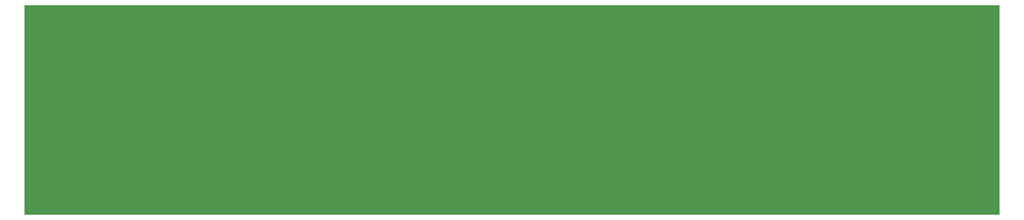
<source format=gbs>
G75*
%MOIN*%
%OFA0B0*%
%FSLAX24Y24*%
%IPPOS*%
%LPD*%
%AMOC8*
5,1,8,0,0,1.08239X$1,22.5*
%
%ADD10R,13.5433X2.9134*%
%ADD11C,0.0600*%
%ADD12OC8,0.0680*%
%ADD13OC8,0.0600*%
%ADD14C,0.0476*%
D10*
X080000Y020578D03*
D11*
X022492Y007521D02*
X022492Y007001D01*
X023492Y007001D02*
X023492Y007521D01*
X024492Y007521D02*
X024492Y007001D01*
X025492Y007001D02*
X025492Y007521D01*
X026492Y007521D02*
X026492Y007001D01*
X027492Y007001D02*
X027492Y007521D01*
X028492Y007521D02*
X028492Y007001D01*
X029492Y007001D02*
X029492Y007521D01*
X038492Y007521D02*
X038492Y007001D01*
X039492Y007001D02*
X039492Y007521D01*
X040492Y007521D02*
X040492Y007001D01*
X041492Y007001D02*
X041492Y007521D01*
X042492Y007521D02*
X042492Y007001D01*
X043492Y007001D02*
X043492Y007521D01*
X044492Y007521D02*
X044492Y007001D01*
X045492Y007001D02*
X045492Y007521D01*
X054492Y007521D02*
X054492Y007001D01*
X055492Y007001D02*
X055492Y007521D01*
X056492Y007521D02*
X056492Y007001D01*
X057492Y007001D02*
X057492Y007521D01*
X058492Y007521D02*
X058492Y007001D01*
X059492Y007001D02*
X059492Y007521D01*
X060492Y007521D02*
X060492Y007001D01*
X061492Y007001D02*
X061492Y007521D01*
X070492Y007521D02*
X070492Y007001D01*
X071492Y007001D02*
X071492Y007521D01*
X072492Y007521D02*
X072492Y007001D01*
X073492Y007001D02*
X073492Y007521D01*
X074492Y007521D02*
X074492Y007001D01*
X075492Y007001D02*
X075492Y007521D01*
X076492Y007521D02*
X076492Y007001D01*
X077492Y007001D02*
X077492Y007521D01*
X086492Y007521D02*
X086492Y007001D01*
X087492Y007001D02*
X087492Y007521D01*
X088492Y007521D02*
X088492Y007001D01*
X089492Y007001D02*
X089492Y007521D01*
X090492Y007521D02*
X090492Y007001D01*
X091492Y007001D02*
X091492Y007521D01*
X092492Y007521D02*
X092492Y007001D01*
X093492Y007001D02*
X093492Y007521D01*
X102492Y007521D02*
X102492Y007001D01*
X103492Y007001D02*
X103492Y007521D01*
X104492Y007521D02*
X104492Y007001D01*
X105492Y007001D02*
X105492Y007521D01*
X106492Y007521D02*
X106492Y007001D01*
X107492Y007001D02*
X107492Y007521D01*
X108492Y007521D02*
X108492Y007001D01*
X109492Y007001D02*
X109492Y007521D01*
X118492Y007521D02*
X118492Y007001D01*
X119492Y007001D02*
X119492Y007521D01*
X120492Y007521D02*
X120492Y007001D01*
X121492Y007001D02*
X121492Y007521D01*
X122492Y007521D02*
X122492Y007001D01*
X123492Y007001D02*
X123492Y007521D01*
X124492Y007521D02*
X124492Y007001D01*
X125492Y007001D02*
X125492Y007521D01*
X134492Y007521D02*
X134492Y007001D01*
X135492Y007001D02*
X135492Y007521D01*
X136492Y007521D02*
X136492Y007001D01*
X137492Y007001D02*
X137492Y007521D01*
X138492Y007521D02*
X138492Y007001D01*
X139492Y007001D02*
X139492Y007521D01*
X140492Y007521D02*
X140492Y007001D01*
X141492Y007001D02*
X141492Y007521D01*
X141492Y010001D02*
X141492Y010521D01*
X140492Y010521D02*
X140492Y010001D01*
X139492Y010001D02*
X139492Y010521D01*
X138492Y010521D02*
X138492Y010001D01*
X137492Y010001D02*
X137492Y010521D01*
X136492Y010521D02*
X136492Y010001D01*
X135492Y010001D02*
X135492Y010521D01*
X134492Y010521D02*
X134492Y010001D01*
X125492Y010001D02*
X125492Y010521D01*
X124492Y010521D02*
X124492Y010001D01*
X123492Y010001D02*
X123492Y010521D01*
X122492Y010521D02*
X122492Y010001D01*
X121492Y010001D02*
X121492Y010521D01*
X120492Y010521D02*
X120492Y010001D01*
X119492Y010001D02*
X119492Y010521D01*
X118492Y010521D02*
X118492Y010001D01*
X109492Y010001D02*
X109492Y010521D01*
X108492Y010521D02*
X108492Y010001D01*
X107492Y010001D02*
X107492Y010521D01*
X106492Y010521D02*
X106492Y010001D01*
X105492Y010001D02*
X105492Y010521D01*
X104492Y010521D02*
X104492Y010001D01*
X103492Y010001D02*
X103492Y010521D01*
X102492Y010521D02*
X102492Y010001D01*
X093492Y010001D02*
X093492Y010521D01*
X092492Y010521D02*
X092492Y010001D01*
X091492Y010001D02*
X091492Y010521D01*
X090492Y010521D02*
X090492Y010001D01*
X089492Y010001D02*
X089492Y010521D01*
X088492Y010521D02*
X088492Y010001D01*
X087492Y010001D02*
X087492Y010521D01*
X086492Y010521D02*
X086492Y010001D01*
X077492Y010001D02*
X077492Y010521D01*
X076492Y010521D02*
X076492Y010001D01*
X075492Y010001D02*
X075492Y010521D01*
X074492Y010521D02*
X074492Y010001D01*
X073492Y010001D02*
X073492Y010521D01*
X072492Y010521D02*
X072492Y010001D01*
X071492Y010001D02*
X071492Y010521D01*
X070492Y010521D02*
X070492Y010001D01*
X061492Y010001D02*
X061492Y010521D01*
X060492Y010521D02*
X060492Y010001D01*
X059492Y010001D02*
X059492Y010521D01*
X058492Y010521D02*
X058492Y010001D01*
X057492Y010001D02*
X057492Y010521D01*
X056492Y010521D02*
X056492Y010001D01*
X055492Y010001D02*
X055492Y010521D01*
X054492Y010521D02*
X054492Y010001D01*
X045492Y010001D02*
X045492Y010521D01*
X044492Y010521D02*
X044492Y010001D01*
X043492Y010001D02*
X043492Y010521D01*
X042492Y010521D02*
X042492Y010001D01*
X041492Y010001D02*
X041492Y010521D01*
X040492Y010521D02*
X040492Y010001D01*
X039492Y010001D02*
X039492Y010521D01*
X038492Y010521D02*
X038492Y010001D01*
X029492Y010001D02*
X029492Y010521D01*
X028492Y010521D02*
X028492Y010001D01*
X027492Y010001D02*
X027492Y010521D01*
X026492Y010521D02*
X026492Y010001D01*
X025492Y010001D02*
X025492Y010521D01*
X024492Y010521D02*
X024492Y010001D01*
X023492Y010001D02*
X023492Y010521D01*
X022492Y010521D02*
X022492Y010001D01*
D12*
X019992Y009761D03*
X018992Y009761D03*
X017992Y009761D03*
X016992Y009761D03*
X015992Y009761D03*
X014992Y009761D03*
X014992Y008761D03*
X015992Y008761D03*
X016992Y008761D03*
X017992Y008761D03*
X018992Y008761D03*
X019992Y008761D03*
X020492Y011761D03*
X021492Y011761D03*
X022492Y011761D03*
X023492Y011761D03*
X024492Y011761D03*
X025492Y011761D03*
X026492Y011761D03*
X027492Y011761D03*
X028492Y011761D03*
X029492Y011761D03*
X030492Y011761D03*
X031492Y011761D03*
X032492Y011761D03*
X033492Y011761D03*
X034492Y011761D03*
X035492Y011761D03*
X036492Y011761D03*
X037492Y011761D03*
X038492Y011761D03*
X039492Y011761D03*
X040492Y011761D03*
X041492Y011761D03*
X042492Y011761D03*
X043492Y011761D03*
X044492Y011761D03*
X045492Y011761D03*
X046492Y011761D03*
X047492Y011761D03*
X048492Y011761D03*
X049492Y011761D03*
X050492Y011761D03*
X051492Y011761D03*
X052492Y011761D03*
X053492Y011761D03*
X054492Y011761D03*
X055492Y011761D03*
X056492Y011761D03*
X057492Y011761D03*
X058492Y011761D03*
X059492Y011761D03*
X060492Y011761D03*
X061492Y011761D03*
X062492Y011761D03*
X063492Y011761D03*
X064492Y011761D03*
X065492Y011761D03*
X066492Y011761D03*
X067492Y011761D03*
X068492Y011761D03*
X069492Y011761D03*
X070492Y011761D03*
X071492Y011761D03*
X072492Y011761D03*
X073492Y011761D03*
X074492Y011761D03*
X075492Y011761D03*
X076492Y011761D03*
X077492Y011761D03*
X078492Y011761D03*
X079492Y011761D03*
X080492Y011761D03*
X081492Y011761D03*
X082492Y011761D03*
X083492Y011761D03*
X084492Y011761D03*
X085492Y011761D03*
X086492Y011761D03*
X087492Y011761D03*
X088492Y011761D03*
X089492Y011761D03*
X090492Y011761D03*
X091492Y011761D03*
X092492Y011761D03*
X093492Y011761D03*
X094492Y011761D03*
X095492Y011761D03*
X096492Y011761D03*
X097492Y011761D03*
X098492Y011761D03*
X099492Y011761D03*
X100492Y011761D03*
X101492Y011761D03*
X102492Y011761D03*
X103492Y011761D03*
X104492Y011761D03*
X105492Y011761D03*
X106492Y011761D03*
X107492Y011761D03*
X108492Y011761D03*
X109492Y011761D03*
X110492Y011761D03*
X111492Y011761D03*
X112492Y011761D03*
X113492Y011761D03*
X114492Y011761D03*
X115492Y011761D03*
X116492Y011761D03*
X117492Y011761D03*
X118492Y011761D03*
X119492Y011761D03*
X120492Y011761D03*
X121492Y011761D03*
X122492Y011761D03*
X123492Y011761D03*
X124492Y011761D03*
X125492Y011761D03*
X126492Y011761D03*
X127492Y011761D03*
X128492Y011761D03*
X129492Y011761D03*
X130492Y011761D03*
X131492Y011761D03*
X132492Y011761D03*
X133492Y011761D03*
X134492Y011761D03*
X135492Y011761D03*
X136492Y011761D03*
X137492Y011761D03*
X138492Y011761D03*
X139492Y011761D03*
X140492Y011761D03*
X141492Y011761D03*
X142492Y011761D03*
X143492Y011761D03*
X143492Y012761D03*
X142492Y012761D03*
X141492Y012761D03*
X140492Y012761D03*
X139492Y012761D03*
X138492Y012761D03*
X137492Y012761D03*
X136492Y012761D03*
X135492Y012761D03*
X134492Y012761D03*
X133492Y012761D03*
X132492Y012761D03*
X131492Y012761D03*
X130492Y012761D03*
X129492Y012761D03*
X128492Y012761D03*
X127492Y012761D03*
X126492Y012761D03*
X125492Y012761D03*
X124492Y012761D03*
X123492Y012761D03*
X122492Y012761D03*
X121492Y012761D03*
X120492Y012761D03*
X119492Y012761D03*
X118492Y012761D03*
X117492Y012761D03*
X116492Y012761D03*
X115492Y012761D03*
X114492Y012761D03*
X113492Y012761D03*
X112492Y012761D03*
X111492Y012761D03*
X110492Y012761D03*
X109492Y012761D03*
X108492Y012761D03*
X107492Y012761D03*
X106492Y012761D03*
X105492Y012761D03*
X104492Y012761D03*
X103492Y012761D03*
X102492Y012761D03*
X101492Y012761D03*
X100492Y012761D03*
X099492Y012761D03*
X098492Y012761D03*
X097492Y012761D03*
X096492Y012761D03*
X095492Y012761D03*
X094492Y012761D03*
X093492Y012761D03*
X092492Y012761D03*
X091492Y012761D03*
X090492Y012761D03*
X089492Y012761D03*
X088492Y012761D03*
X087492Y012761D03*
X086492Y012761D03*
X085492Y012761D03*
X084492Y012761D03*
X083492Y012761D03*
X082492Y012761D03*
X081492Y012761D03*
X080492Y012761D03*
X079492Y012761D03*
X078492Y012761D03*
X077492Y012761D03*
X076492Y012761D03*
X075492Y012761D03*
X074492Y012761D03*
X073492Y012761D03*
X072492Y012761D03*
X071492Y012761D03*
X070492Y012761D03*
X069492Y012761D03*
X068492Y012761D03*
X067492Y012761D03*
X066492Y012761D03*
X065492Y012761D03*
X064492Y012761D03*
X063492Y012761D03*
X062492Y012761D03*
X061492Y012761D03*
X060492Y012761D03*
X059492Y012761D03*
X058492Y012761D03*
X057492Y012761D03*
X056492Y012761D03*
X055492Y012761D03*
X054492Y012761D03*
X053492Y012761D03*
X052492Y012761D03*
X051492Y012761D03*
X050492Y012761D03*
X049492Y012761D03*
X048492Y012761D03*
X047492Y012761D03*
X046492Y012761D03*
X045492Y012761D03*
X044492Y012761D03*
X043492Y012761D03*
X042492Y012761D03*
X041492Y012761D03*
X040492Y012761D03*
X039492Y012761D03*
X038492Y012761D03*
X037492Y012761D03*
X036492Y012761D03*
X035492Y012761D03*
X034492Y012761D03*
X033492Y012761D03*
X032492Y012761D03*
X031492Y012761D03*
X030492Y012761D03*
X029492Y012761D03*
X028492Y012761D03*
X027492Y012761D03*
X026492Y012761D03*
X025492Y012761D03*
X024492Y012761D03*
X023492Y012761D03*
X022492Y012761D03*
X021492Y012761D03*
X020492Y012761D03*
X019492Y012761D03*
X018492Y012761D03*
X017492Y012761D03*
X016492Y012761D03*
X016492Y011761D03*
X017492Y011761D03*
X018492Y011761D03*
X019492Y011761D03*
X019492Y013761D03*
X020492Y013761D03*
X021492Y013761D03*
X022492Y013761D03*
X023492Y013761D03*
X024492Y013761D03*
X025492Y013761D03*
X026492Y013761D03*
X027492Y013761D03*
X028492Y013761D03*
X029492Y013761D03*
X030492Y013761D03*
X031492Y013761D03*
X032492Y013761D03*
X033492Y013761D03*
X034492Y013761D03*
X035492Y013761D03*
X036492Y013761D03*
X037492Y013761D03*
X038492Y013761D03*
X039492Y013761D03*
X040492Y013761D03*
X041492Y013761D03*
X042492Y013761D03*
X043492Y013761D03*
X044492Y013761D03*
X045492Y013761D03*
X046492Y013761D03*
X047492Y013761D03*
X048492Y013761D03*
X049492Y013761D03*
X050492Y013761D03*
X051492Y013761D03*
X052492Y013761D03*
X053492Y013761D03*
X054492Y013761D03*
X055492Y013761D03*
X056492Y013761D03*
X057492Y013761D03*
X058492Y013761D03*
X059492Y013761D03*
X060492Y013761D03*
X061492Y013761D03*
X062492Y013761D03*
X063492Y013761D03*
X064492Y013761D03*
X065492Y013761D03*
X066492Y013761D03*
X067492Y013761D03*
X068492Y013761D03*
X069492Y013761D03*
X070492Y013761D03*
X071492Y013761D03*
X072492Y013761D03*
X073492Y013761D03*
X074492Y013761D03*
X075492Y013761D03*
X076492Y013761D03*
X077492Y013761D03*
X078492Y013761D03*
X079492Y013761D03*
X080492Y013761D03*
X081492Y013761D03*
X082492Y013761D03*
X083492Y013761D03*
X084492Y013761D03*
X085492Y013761D03*
X086492Y013761D03*
X087492Y013761D03*
X088492Y013761D03*
X089492Y013761D03*
X090492Y013761D03*
X091492Y013761D03*
X092492Y013761D03*
X093492Y013761D03*
X094492Y013761D03*
X095492Y013761D03*
X096492Y013761D03*
X097492Y013761D03*
X098492Y013761D03*
X099492Y013761D03*
X100492Y013761D03*
X101492Y013761D03*
X102492Y013761D03*
X103492Y013761D03*
X104492Y013761D03*
X105492Y013761D03*
X106492Y013761D03*
X107492Y013761D03*
X108492Y013761D03*
X109492Y013761D03*
X110492Y013761D03*
X111492Y013761D03*
X112492Y013761D03*
X113492Y013761D03*
X114492Y013761D03*
X115492Y013761D03*
X116492Y013761D03*
X117492Y013761D03*
X118492Y013761D03*
X119492Y013761D03*
X120492Y013761D03*
X121492Y013761D03*
X122492Y013761D03*
X123492Y013761D03*
X124492Y013761D03*
X125492Y013761D03*
X126492Y013761D03*
X127492Y013761D03*
X128492Y013761D03*
X129492Y013761D03*
X130492Y013761D03*
X131492Y013761D03*
X132492Y013761D03*
X133492Y013761D03*
X134492Y013761D03*
X135492Y013761D03*
X136492Y013761D03*
X137492Y013761D03*
X138492Y013761D03*
X139492Y013761D03*
X140492Y013761D03*
X141492Y013761D03*
X142492Y013761D03*
X143492Y013761D03*
X143492Y014761D03*
X142492Y014761D03*
X141492Y014761D03*
X140492Y014761D03*
X139492Y014761D03*
X138492Y014761D03*
X137492Y014761D03*
X136492Y014761D03*
X135492Y014761D03*
X134492Y014761D03*
X133492Y014761D03*
X132492Y014761D03*
X131492Y014761D03*
X130492Y014761D03*
X129492Y014761D03*
X128492Y014761D03*
X127492Y014761D03*
X126492Y014761D03*
X125492Y014761D03*
X124492Y014761D03*
X123492Y014761D03*
X122492Y014761D03*
X121492Y014761D03*
X120492Y014761D03*
X119492Y014761D03*
X118492Y014761D03*
X117492Y014761D03*
X116492Y014761D03*
X115492Y014761D03*
X114492Y014761D03*
X113492Y014761D03*
X112492Y014761D03*
X111492Y014761D03*
X110492Y014761D03*
X109492Y014761D03*
X108492Y014761D03*
X107492Y014761D03*
X106492Y014761D03*
X105492Y014761D03*
X104492Y014761D03*
X103492Y014761D03*
X102492Y014761D03*
X101492Y014761D03*
X100492Y014761D03*
X099492Y014761D03*
X098492Y014761D03*
X097492Y014761D03*
X096492Y014761D03*
X095492Y014761D03*
X094492Y014761D03*
X093492Y014761D03*
X092492Y014761D03*
X091492Y014761D03*
X090492Y014761D03*
X089492Y014761D03*
X088492Y014761D03*
X087492Y014761D03*
X086492Y014761D03*
X085492Y014761D03*
X084492Y014761D03*
X083492Y014761D03*
X082492Y014761D03*
X081492Y014761D03*
X080492Y014761D03*
X079492Y014761D03*
X078492Y014761D03*
X077492Y014761D03*
X076492Y014761D03*
X075492Y014761D03*
X074492Y014761D03*
X073492Y014761D03*
X072492Y014761D03*
X071492Y014761D03*
X070492Y014761D03*
X069492Y014761D03*
X068492Y014761D03*
X067492Y014761D03*
X066492Y014761D03*
X065492Y014761D03*
X064492Y014761D03*
X063492Y014761D03*
X062492Y014761D03*
X061492Y014761D03*
X060492Y014761D03*
X059492Y014761D03*
X058492Y014761D03*
X057492Y014761D03*
X056492Y014761D03*
X055492Y014761D03*
X054492Y014761D03*
X053492Y014761D03*
X052492Y014761D03*
X051492Y014761D03*
X050492Y014761D03*
X049492Y014761D03*
X048492Y014761D03*
X047492Y014761D03*
X046492Y014761D03*
X045492Y014761D03*
X044492Y014761D03*
X043492Y014761D03*
X042492Y014761D03*
X041492Y014761D03*
X040492Y014761D03*
X039492Y014761D03*
X038492Y014761D03*
X037492Y014761D03*
X036492Y014761D03*
X035492Y014761D03*
X034492Y014761D03*
X033492Y014761D03*
X032492Y014761D03*
X031492Y014761D03*
X030492Y014761D03*
X029492Y014761D03*
X028492Y014761D03*
X027492Y014761D03*
X026492Y014761D03*
X025492Y014761D03*
X024492Y014761D03*
X023492Y014761D03*
X022492Y014761D03*
X021492Y014761D03*
X020492Y014761D03*
X019492Y014761D03*
X018492Y014761D03*
X017492Y014761D03*
X016492Y014761D03*
X016492Y013761D03*
X017492Y013761D03*
X018492Y013761D03*
X018492Y015761D03*
X019492Y015761D03*
X020492Y015761D03*
X021492Y015761D03*
X022492Y015761D03*
X023492Y015761D03*
X024492Y015761D03*
X025492Y015761D03*
X026492Y015761D03*
X027492Y015761D03*
X028492Y015761D03*
X029492Y015761D03*
X030492Y015761D03*
X031492Y015761D03*
X032492Y015761D03*
X033492Y015761D03*
X034492Y015761D03*
X035492Y015761D03*
X036492Y015761D03*
X037492Y015761D03*
X038492Y015761D03*
X039492Y015761D03*
X040492Y015761D03*
X041492Y015761D03*
X042492Y015761D03*
X043492Y015761D03*
X044492Y015761D03*
X045492Y015761D03*
X046492Y015761D03*
X047492Y015761D03*
X048492Y015761D03*
X049492Y015761D03*
X050492Y015761D03*
X051492Y015761D03*
X052492Y015761D03*
X053492Y015761D03*
X054492Y015761D03*
X055492Y015761D03*
X056492Y015761D03*
X057492Y015761D03*
X058492Y015761D03*
X059492Y015761D03*
X060492Y015761D03*
X061492Y015761D03*
X062492Y015761D03*
X063492Y015761D03*
X064492Y015761D03*
X065492Y015761D03*
X066492Y015761D03*
X067492Y015761D03*
X068492Y015761D03*
X069492Y015761D03*
X070492Y015761D03*
X071492Y015761D03*
X072492Y015761D03*
X073492Y015761D03*
X074492Y015761D03*
X075492Y015761D03*
X076492Y015761D03*
X077492Y015761D03*
X078492Y015761D03*
X079492Y015761D03*
X080492Y015761D03*
X081492Y015761D03*
X082492Y015761D03*
X083492Y015761D03*
X084492Y015761D03*
X085492Y015761D03*
X086492Y015761D03*
X087492Y015761D03*
X088492Y015761D03*
X089492Y015761D03*
X090492Y015761D03*
X091492Y015761D03*
X092492Y015761D03*
X093492Y015761D03*
X094492Y015761D03*
X095492Y015761D03*
X096492Y015761D03*
X097492Y015761D03*
X098492Y015761D03*
X099492Y015761D03*
X100492Y015761D03*
X101492Y015761D03*
X102492Y015761D03*
X103492Y015761D03*
X104492Y015761D03*
X105492Y015761D03*
X106492Y015761D03*
X107492Y015761D03*
X108492Y015761D03*
X109492Y015761D03*
X110492Y015761D03*
X111492Y015761D03*
X112492Y015761D03*
X113492Y015761D03*
X114492Y015761D03*
X115492Y015761D03*
X116492Y015761D03*
X117492Y015761D03*
X118492Y015761D03*
X119492Y015761D03*
X120492Y015761D03*
X121492Y015761D03*
X122492Y015761D03*
X123492Y015761D03*
X124492Y015761D03*
X125492Y015761D03*
X126492Y015761D03*
X127492Y015761D03*
X128492Y015761D03*
X129492Y015761D03*
X130492Y015761D03*
X131492Y015761D03*
X132492Y015761D03*
X133492Y015761D03*
X134492Y015761D03*
X135492Y015761D03*
X136492Y015761D03*
X137492Y015761D03*
X138492Y015761D03*
X139492Y015761D03*
X140492Y015761D03*
X141492Y015761D03*
X142492Y015761D03*
X143492Y015761D03*
X143492Y016761D03*
X142492Y016761D03*
X141492Y016761D03*
X140492Y016761D03*
X139492Y016761D03*
X138492Y016761D03*
X137492Y016761D03*
X136492Y016761D03*
X135492Y016761D03*
X134492Y016761D03*
X133492Y016761D03*
X132492Y016761D03*
X131492Y016761D03*
X130492Y016761D03*
X129492Y016761D03*
X128492Y016761D03*
X127492Y016761D03*
X126492Y016761D03*
X125492Y016761D03*
X124492Y016761D03*
X123492Y016761D03*
X122492Y016761D03*
X121492Y016761D03*
X120492Y016761D03*
X119492Y016761D03*
X118492Y016761D03*
X117492Y016761D03*
X116492Y016761D03*
X115492Y016761D03*
X114492Y016761D03*
X113492Y016761D03*
X112492Y016761D03*
X111492Y016761D03*
X110492Y016761D03*
X109492Y016761D03*
X108492Y016761D03*
X107492Y016761D03*
X106492Y016761D03*
X105492Y016761D03*
X104492Y016761D03*
X103492Y016761D03*
X102492Y016761D03*
X101492Y016761D03*
X100492Y016761D03*
X099492Y016761D03*
X098492Y016761D03*
X097492Y016761D03*
X096492Y016761D03*
X095492Y016761D03*
X094492Y016761D03*
X093492Y016761D03*
X092492Y016761D03*
X091492Y016761D03*
X090492Y016761D03*
X089492Y016761D03*
X088492Y016761D03*
X087492Y016761D03*
X086492Y016761D03*
X085492Y016761D03*
X084492Y016761D03*
X083492Y016761D03*
X082492Y016761D03*
X081492Y016761D03*
X080492Y016761D03*
X079492Y016761D03*
X078492Y016761D03*
X077492Y016761D03*
X076492Y016761D03*
X075492Y016761D03*
X074492Y016761D03*
X073492Y016761D03*
X072492Y016761D03*
X071492Y016761D03*
X070492Y016761D03*
X069492Y016761D03*
X068492Y016761D03*
X067492Y016761D03*
X066492Y016761D03*
X065492Y016761D03*
X064492Y016761D03*
X063492Y016761D03*
X062492Y016761D03*
X061492Y016761D03*
X060492Y016761D03*
X059492Y016761D03*
X058492Y016761D03*
X057492Y016761D03*
X056492Y016761D03*
X055492Y016761D03*
X054492Y016761D03*
X053492Y016761D03*
X052492Y016761D03*
X051492Y016761D03*
X050492Y016761D03*
X049492Y016761D03*
X048492Y016761D03*
X047492Y016761D03*
X046492Y016761D03*
X045492Y016761D03*
X044492Y016761D03*
X043492Y016761D03*
X042492Y016761D03*
X041492Y016761D03*
X040492Y016761D03*
X039492Y016761D03*
X038492Y016761D03*
X037492Y016761D03*
X036492Y016761D03*
X035492Y016761D03*
X034492Y016761D03*
X033492Y016761D03*
X032492Y016761D03*
X031492Y016761D03*
X030492Y016761D03*
X029492Y016761D03*
X028492Y016761D03*
X027492Y016761D03*
X026492Y016761D03*
X025492Y016761D03*
X024492Y016761D03*
X023492Y016761D03*
X022492Y016761D03*
X021492Y016761D03*
X020492Y016761D03*
X019492Y016761D03*
X018492Y016761D03*
X017492Y016761D03*
X016492Y016761D03*
X016492Y015761D03*
X017492Y015761D03*
X017492Y017761D03*
X018492Y017761D03*
X019492Y017761D03*
X020492Y017761D03*
X021492Y017761D03*
X022492Y017761D03*
X023492Y017761D03*
X024492Y017761D03*
X025492Y017761D03*
X026492Y017761D03*
X027492Y017761D03*
X028492Y017761D03*
X029492Y017761D03*
X030492Y017761D03*
X031492Y017761D03*
X032492Y017761D03*
X033492Y017761D03*
X034492Y017761D03*
X035492Y017761D03*
X036492Y017761D03*
X037492Y017761D03*
X038492Y017761D03*
X039492Y017761D03*
X040492Y017761D03*
X041492Y017761D03*
X042492Y017761D03*
X043492Y017761D03*
X044492Y017761D03*
X045492Y017761D03*
X046492Y017761D03*
X047492Y017761D03*
X048492Y017761D03*
X049492Y017761D03*
X050492Y017761D03*
X051492Y017761D03*
X052492Y017761D03*
X053492Y017761D03*
X054492Y017761D03*
X055492Y017761D03*
X056492Y017761D03*
X057492Y017761D03*
X058492Y017761D03*
X059492Y017761D03*
X060492Y017761D03*
X061492Y017761D03*
X062492Y017761D03*
X063492Y017761D03*
X064492Y017761D03*
X065492Y017761D03*
X066492Y017761D03*
X067492Y017761D03*
X068492Y017761D03*
X069492Y017761D03*
X070492Y017761D03*
X071492Y017761D03*
X072492Y017761D03*
X073492Y017761D03*
X074492Y017761D03*
X075492Y017761D03*
X076492Y017761D03*
X077492Y017761D03*
X078492Y017761D03*
X079492Y017761D03*
X080492Y017761D03*
X081492Y017761D03*
X082492Y017761D03*
X083492Y017761D03*
X084492Y017761D03*
X085492Y017761D03*
X086492Y017761D03*
X087492Y017761D03*
X088492Y017761D03*
X089492Y017761D03*
X090492Y017761D03*
X091492Y017761D03*
X092492Y017761D03*
X093492Y017761D03*
X094492Y017761D03*
X095492Y017761D03*
X096492Y017761D03*
X097492Y017761D03*
X098492Y017761D03*
X099492Y017761D03*
X100492Y017761D03*
X101492Y017761D03*
X102492Y017761D03*
X103492Y017761D03*
X104492Y017761D03*
X105492Y017761D03*
X106492Y017761D03*
X107492Y017761D03*
X108492Y017761D03*
X109492Y017761D03*
X110492Y017761D03*
X111492Y017761D03*
X112492Y017761D03*
X113492Y017761D03*
X114492Y017761D03*
X115492Y017761D03*
X116492Y017761D03*
X117492Y017761D03*
X118492Y017761D03*
X119492Y017761D03*
X120492Y017761D03*
X121492Y017761D03*
X122492Y017761D03*
X123492Y017761D03*
X124492Y017761D03*
X125492Y017761D03*
X126492Y017761D03*
X127492Y017761D03*
X128492Y017761D03*
X129492Y017761D03*
X130492Y017761D03*
X131492Y017761D03*
X132492Y017761D03*
X133492Y017761D03*
X134492Y017761D03*
X135492Y017761D03*
X136492Y017761D03*
X137492Y017761D03*
X138492Y017761D03*
X139492Y017761D03*
X140492Y017761D03*
X141492Y017761D03*
X142492Y017761D03*
X143492Y017761D03*
X143492Y018761D03*
X142492Y018761D03*
X141492Y018761D03*
X140492Y018761D03*
X139492Y018761D03*
X138492Y018761D03*
X137492Y018761D03*
X136492Y018761D03*
X135492Y018761D03*
X134492Y018761D03*
X133492Y018761D03*
X132492Y018761D03*
X131492Y018761D03*
X130492Y018761D03*
X129492Y018761D03*
X128492Y018761D03*
X127492Y018761D03*
X126492Y018761D03*
X125492Y018761D03*
X124492Y018761D03*
X123492Y018761D03*
X122492Y018761D03*
X121492Y018761D03*
X120492Y018761D03*
X119492Y018761D03*
X118492Y018761D03*
X117492Y018761D03*
X116492Y018761D03*
X115492Y018761D03*
X114492Y018761D03*
X113492Y018761D03*
X112492Y018761D03*
X111492Y018761D03*
X110492Y018761D03*
X109492Y018761D03*
X108492Y018761D03*
X107492Y018761D03*
X106492Y018761D03*
X105492Y018761D03*
X104492Y018761D03*
X103492Y018761D03*
X102492Y018761D03*
X101492Y018761D03*
X100492Y018761D03*
X099492Y018761D03*
X098492Y018761D03*
X097492Y018761D03*
X096492Y018761D03*
X095492Y018761D03*
X094492Y018761D03*
X093492Y018761D03*
X092492Y018761D03*
X091492Y018761D03*
X090492Y018761D03*
X089492Y018761D03*
X088492Y018761D03*
X087492Y018761D03*
X086492Y018761D03*
X085492Y018761D03*
X084492Y018761D03*
X083492Y018761D03*
X082492Y018761D03*
X081492Y018761D03*
X080492Y018761D03*
X079492Y018761D03*
X078492Y018761D03*
X077492Y018761D03*
X076492Y018761D03*
X075492Y018761D03*
X074492Y018761D03*
X073492Y018761D03*
X072492Y018761D03*
X071492Y018761D03*
X070492Y018761D03*
X069492Y018761D03*
X068492Y018761D03*
X067492Y018761D03*
X066492Y018761D03*
X065492Y018761D03*
X064492Y018761D03*
X063492Y018761D03*
X062492Y018761D03*
X061492Y018761D03*
X060492Y018761D03*
X059492Y018761D03*
X058492Y018761D03*
X057492Y018761D03*
X056492Y018761D03*
X055492Y018761D03*
X054492Y018761D03*
X053492Y018761D03*
X052492Y018761D03*
X051492Y018761D03*
X050492Y018761D03*
X049492Y018761D03*
X048492Y018761D03*
X047492Y018761D03*
X046492Y018761D03*
X045492Y018761D03*
X044492Y018761D03*
X043492Y018761D03*
X042492Y018761D03*
X041492Y018761D03*
X040492Y018761D03*
X039492Y018761D03*
X038492Y018761D03*
X037492Y018761D03*
X036492Y018761D03*
X035492Y018761D03*
X034492Y018761D03*
X033492Y018761D03*
X032492Y018761D03*
X031492Y018761D03*
X030492Y018761D03*
X029492Y018761D03*
X028492Y018761D03*
X027492Y018761D03*
X026492Y018761D03*
X025492Y018761D03*
X024492Y018761D03*
X023492Y018761D03*
X022492Y018761D03*
X021492Y018761D03*
X020492Y018761D03*
X019492Y018761D03*
X018492Y018761D03*
X017492Y018761D03*
X016492Y018761D03*
X016492Y017761D03*
X016492Y019761D03*
X017492Y019761D03*
X018492Y019761D03*
X019492Y019761D03*
X020492Y019761D03*
X021492Y019761D03*
X022492Y019761D03*
X023492Y019761D03*
X024492Y019761D03*
X025492Y019761D03*
X026492Y019761D03*
X027492Y019761D03*
X028492Y019761D03*
X029492Y019761D03*
X030492Y019761D03*
X031492Y019761D03*
X032492Y019761D03*
X033492Y019761D03*
X034492Y019761D03*
X035492Y019761D03*
X036492Y019761D03*
X037492Y019761D03*
X038492Y019761D03*
X039492Y019761D03*
X040492Y019761D03*
X041492Y019761D03*
X042492Y019761D03*
X043492Y019761D03*
X044492Y019761D03*
X045492Y019761D03*
X046492Y019761D03*
X047492Y019761D03*
X048492Y019761D03*
X049492Y019761D03*
X050492Y019761D03*
X051492Y019761D03*
X052492Y019761D03*
X053492Y019761D03*
X054492Y019761D03*
X055492Y019761D03*
X056492Y019761D03*
X057492Y019761D03*
X058492Y019761D03*
X059492Y019761D03*
X060492Y019761D03*
X061492Y019761D03*
X062492Y019761D03*
X063492Y019761D03*
X064492Y019761D03*
X065492Y019761D03*
X066492Y019761D03*
X067492Y019761D03*
X068492Y019761D03*
X069492Y019761D03*
X070492Y019761D03*
X071492Y019761D03*
X072492Y019761D03*
X073492Y019761D03*
X074492Y019761D03*
X075492Y019761D03*
X076492Y019761D03*
X077492Y019761D03*
X078492Y019761D03*
X079492Y019761D03*
X080492Y019761D03*
X081492Y019761D03*
X082492Y019761D03*
X083492Y019761D03*
X084492Y019761D03*
X085492Y019761D03*
X086492Y019761D03*
X087492Y019761D03*
X088492Y019761D03*
X089492Y019761D03*
X090492Y019761D03*
X091492Y019761D03*
X092492Y019761D03*
X093492Y019761D03*
X094492Y019761D03*
X095492Y019761D03*
X096492Y019761D03*
X097492Y019761D03*
X098492Y019761D03*
X099492Y019761D03*
X100492Y019761D03*
X101492Y019761D03*
X102492Y019761D03*
X103492Y019761D03*
X104492Y019761D03*
X105492Y019761D03*
X106492Y019761D03*
X107492Y019761D03*
X108492Y019761D03*
X109492Y019761D03*
X110492Y019761D03*
X111492Y019761D03*
X112492Y019761D03*
X113492Y019761D03*
X114492Y019761D03*
X115492Y019761D03*
X116492Y019761D03*
X117492Y019761D03*
X118492Y019761D03*
X119492Y019761D03*
X120492Y019761D03*
X121492Y019761D03*
X122492Y019761D03*
X123492Y019761D03*
X124492Y019761D03*
X125492Y019761D03*
X126492Y019761D03*
X127492Y019761D03*
X128492Y019761D03*
X129492Y019761D03*
X130492Y019761D03*
X131492Y019761D03*
X132492Y019761D03*
X133492Y019761D03*
X134492Y019761D03*
X135492Y019761D03*
X136492Y019761D03*
X137492Y019761D03*
X138492Y019761D03*
X139492Y019761D03*
X140492Y019761D03*
X141492Y019761D03*
X142492Y019761D03*
X143492Y019761D03*
X143492Y020761D03*
X142492Y020761D03*
X141492Y020761D03*
X140492Y020761D03*
X139492Y020761D03*
X138492Y020761D03*
X137492Y020761D03*
X136492Y020761D03*
X135492Y020761D03*
X134492Y020761D03*
X133492Y020761D03*
X132492Y020761D03*
X131492Y020761D03*
X130492Y020761D03*
X129492Y020761D03*
X128492Y020761D03*
X127492Y020761D03*
X126492Y020761D03*
X125492Y020761D03*
X124492Y020761D03*
X123492Y020761D03*
X122492Y020761D03*
X121492Y020761D03*
X120492Y020761D03*
X119492Y020761D03*
X118492Y020761D03*
X117492Y020761D03*
X116492Y020761D03*
X115492Y020761D03*
X114492Y020761D03*
X113492Y020761D03*
X112492Y020761D03*
X111492Y020761D03*
X110492Y020761D03*
X109492Y020761D03*
X108492Y020761D03*
X107492Y020761D03*
X106492Y020761D03*
X105492Y020761D03*
X104492Y020761D03*
X103492Y020761D03*
X102492Y020761D03*
X101492Y020761D03*
X100492Y020761D03*
X099492Y020761D03*
X098492Y020761D03*
X097492Y020761D03*
X096492Y020761D03*
X095492Y020761D03*
X094492Y020761D03*
X093492Y020761D03*
X092492Y020761D03*
X091492Y020761D03*
X090492Y020761D03*
X089492Y020761D03*
X088492Y020761D03*
X087492Y020761D03*
X086492Y020761D03*
X085492Y020761D03*
X084492Y020761D03*
X083492Y020761D03*
X082492Y020761D03*
X081492Y020761D03*
X080492Y020761D03*
X079492Y020761D03*
X078492Y020761D03*
X077492Y020761D03*
X076492Y020761D03*
X075492Y020761D03*
X074492Y020761D03*
X073492Y020761D03*
X072492Y020761D03*
X071492Y020761D03*
X070492Y020761D03*
X069492Y020761D03*
X068492Y020761D03*
X067492Y020761D03*
X066492Y020761D03*
X065492Y020761D03*
X064492Y020761D03*
X063492Y020761D03*
X062492Y020761D03*
X061492Y020761D03*
X060492Y020761D03*
X059492Y020761D03*
X058492Y020761D03*
X057492Y020761D03*
X056492Y020761D03*
X055492Y020761D03*
X054492Y020761D03*
X053492Y020761D03*
X052492Y020761D03*
X051492Y020761D03*
X050492Y020761D03*
X049492Y020761D03*
X048492Y020761D03*
X047492Y020761D03*
X046492Y020761D03*
X045492Y020761D03*
X044492Y020761D03*
X043492Y020761D03*
X042492Y020761D03*
X041492Y020761D03*
X040492Y020761D03*
X039492Y020761D03*
X038492Y020761D03*
X037492Y020761D03*
X036492Y020761D03*
X035492Y020761D03*
X034492Y020761D03*
X033492Y020761D03*
X032492Y020761D03*
X031492Y020761D03*
X030492Y020761D03*
X029492Y020761D03*
X028492Y020761D03*
X027492Y020761D03*
X026492Y020761D03*
X025492Y020761D03*
X024492Y020761D03*
X023492Y020761D03*
X022492Y020761D03*
X021492Y020761D03*
X020492Y020761D03*
X019492Y020761D03*
X018492Y020761D03*
X017492Y020761D03*
X016492Y020761D03*
X016492Y021761D03*
X017492Y021761D03*
X018492Y021761D03*
X019492Y021761D03*
X020492Y021761D03*
X021492Y021761D03*
X022492Y021761D03*
X023492Y021761D03*
X024492Y021761D03*
X025492Y021761D03*
X026492Y021761D03*
X027492Y021761D03*
X028492Y021761D03*
X029492Y021761D03*
X030492Y021761D03*
X031492Y021761D03*
X032492Y021761D03*
X033492Y021761D03*
X034492Y021761D03*
X035492Y021761D03*
X036492Y021761D03*
X037492Y021761D03*
X038492Y021761D03*
X039492Y021761D03*
X040492Y021761D03*
X041492Y021761D03*
X042492Y021761D03*
X043492Y021761D03*
X044492Y021761D03*
X045492Y021761D03*
X046492Y021761D03*
X047492Y021761D03*
X048492Y021761D03*
X049492Y021761D03*
X050492Y021761D03*
X051492Y021761D03*
X052492Y021761D03*
X053492Y021761D03*
X054492Y021761D03*
X055492Y021761D03*
X056492Y021761D03*
X057492Y021761D03*
X058492Y021761D03*
X059492Y021761D03*
X060492Y021761D03*
X061492Y021761D03*
X062492Y021761D03*
X063492Y021761D03*
X064492Y021761D03*
X065492Y021761D03*
X066492Y021761D03*
X067492Y021761D03*
X068492Y021761D03*
X069492Y021761D03*
X070492Y021761D03*
X071492Y021761D03*
X072492Y021761D03*
X073492Y021761D03*
X074492Y021761D03*
X075492Y021761D03*
X076492Y021761D03*
X077492Y021761D03*
X078492Y021761D03*
X079492Y021761D03*
X080492Y021761D03*
X081492Y021761D03*
X082492Y021761D03*
X083492Y021761D03*
X084492Y021761D03*
X085492Y021761D03*
X086492Y021761D03*
X087492Y021761D03*
X088492Y021761D03*
X089492Y021761D03*
X090492Y021761D03*
X091492Y021761D03*
X092492Y021761D03*
X093492Y021761D03*
X094492Y021761D03*
X095492Y021761D03*
X096492Y021761D03*
X097492Y021761D03*
X098492Y021761D03*
X099492Y021761D03*
X100492Y021761D03*
X101492Y021761D03*
X102492Y021761D03*
X103492Y021761D03*
X104492Y021761D03*
X105492Y021761D03*
X106492Y021761D03*
X107492Y021761D03*
X108492Y021761D03*
X109492Y021761D03*
X110492Y021761D03*
X111492Y021761D03*
X112492Y021761D03*
X113492Y021761D03*
X114492Y021761D03*
X115492Y021761D03*
X116492Y021761D03*
X117492Y021761D03*
X118492Y021761D03*
X119492Y021761D03*
X120492Y021761D03*
X121492Y021761D03*
X122492Y021761D03*
X123492Y021761D03*
X124492Y021761D03*
X125492Y021761D03*
X126492Y021761D03*
X127492Y021761D03*
X128492Y021761D03*
X129492Y021761D03*
X130492Y021761D03*
X131492Y021761D03*
X132492Y021761D03*
X133492Y021761D03*
X134492Y021761D03*
X135492Y021761D03*
X136492Y021761D03*
X137492Y021761D03*
X138492Y021761D03*
X139492Y021761D03*
X140492Y021761D03*
X141492Y021761D03*
X142492Y021761D03*
X143492Y021761D03*
X143492Y022761D03*
X142492Y022761D03*
X141492Y022761D03*
X140492Y022761D03*
X139492Y022761D03*
X138492Y022761D03*
X137492Y022761D03*
X136492Y022761D03*
X135492Y022761D03*
X134492Y022761D03*
X133492Y022761D03*
X132492Y022761D03*
X131492Y022761D03*
X130492Y022761D03*
X129492Y022761D03*
X128492Y022761D03*
X127492Y022761D03*
X126492Y022761D03*
X125492Y022761D03*
X124492Y022761D03*
X123492Y022761D03*
X122492Y022761D03*
X121492Y022761D03*
X120492Y022761D03*
X119492Y022761D03*
X118492Y022761D03*
X117492Y022761D03*
X116492Y022761D03*
X115492Y022761D03*
X114492Y022761D03*
X113492Y022761D03*
X112492Y022761D03*
X111492Y022761D03*
X110492Y022761D03*
X109492Y022761D03*
X108492Y022761D03*
X107492Y022761D03*
X106492Y022761D03*
X105492Y022761D03*
X104492Y022761D03*
X103492Y022761D03*
X102492Y022761D03*
X101492Y022761D03*
X100492Y022761D03*
X099492Y022761D03*
X098492Y022761D03*
X097492Y022761D03*
X096492Y022761D03*
X095492Y022761D03*
X094492Y022761D03*
X093492Y022761D03*
X092492Y022761D03*
X091492Y022761D03*
X090492Y022761D03*
X089492Y022761D03*
X088492Y022761D03*
X087492Y022761D03*
X086492Y022761D03*
X085492Y022761D03*
X084492Y022761D03*
X083492Y022761D03*
X082492Y022761D03*
X081492Y022761D03*
X080492Y022761D03*
X079492Y022761D03*
X078492Y022761D03*
X077492Y022761D03*
X076492Y022761D03*
X075492Y022761D03*
X074492Y022761D03*
X073492Y022761D03*
X072492Y022761D03*
X071492Y022761D03*
X070492Y022761D03*
X069492Y022761D03*
X068492Y022761D03*
X067492Y022761D03*
X066492Y022761D03*
X065492Y022761D03*
X064492Y022761D03*
X063492Y022761D03*
X062492Y022761D03*
X061492Y022761D03*
X060492Y022761D03*
X059492Y022761D03*
X058492Y022761D03*
X057492Y022761D03*
X056492Y022761D03*
X055492Y022761D03*
X054492Y022761D03*
X053492Y022761D03*
X052492Y022761D03*
X051492Y022761D03*
X050492Y022761D03*
X049492Y022761D03*
X048492Y022761D03*
X047492Y022761D03*
X046492Y022761D03*
X045492Y022761D03*
X044492Y022761D03*
X043492Y022761D03*
X042492Y022761D03*
X041492Y022761D03*
X040492Y022761D03*
X039492Y022761D03*
X038492Y022761D03*
X037492Y022761D03*
X036492Y022761D03*
X035492Y022761D03*
X034492Y022761D03*
X033492Y022761D03*
X032492Y022761D03*
X031492Y022761D03*
X030492Y022761D03*
X029492Y022761D03*
X028492Y022761D03*
X027492Y022761D03*
X026492Y022761D03*
X025492Y022761D03*
X024492Y022761D03*
X023492Y022761D03*
X022492Y022761D03*
X021492Y022761D03*
X020492Y022761D03*
X019492Y022761D03*
X018492Y022761D03*
X017492Y022761D03*
X016492Y022761D03*
X016492Y023761D03*
X017492Y023761D03*
X018492Y023761D03*
X019492Y023761D03*
X020492Y023761D03*
X021492Y023761D03*
X022492Y023761D03*
X023492Y023761D03*
X024492Y023761D03*
X025492Y023761D03*
X026492Y023761D03*
X027492Y023761D03*
X028492Y023761D03*
X029492Y023761D03*
X030492Y023761D03*
X031492Y023761D03*
X032492Y023761D03*
X033492Y023761D03*
X034492Y023761D03*
X035492Y023761D03*
X036492Y023761D03*
X037492Y023761D03*
X038492Y023761D03*
X039492Y023761D03*
X040492Y023761D03*
X041492Y023761D03*
X042492Y023761D03*
X043492Y023761D03*
X044492Y023761D03*
X045492Y023761D03*
X046492Y023761D03*
X047492Y023761D03*
X048492Y023761D03*
X049492Y023761D03*
X050492Y023761D03*
X051492Y023761D03*
X052492Y023761D03*
X053492Y023761D03*
X054492Y023761D03*
X055492Y023761D03*
X056492Y023761D03*
X057492Y023761D03*
X058492Y023761D03*
X059492Y023761D03*
X060492Y023761D03*
X061492Y023761D03*
X062492Y023761D03*
X063492Y023761D03*
X064492Y023761D03*
X065492Y023761D03*
X066492Y023761D03*
X067492Y023761D03*
X068492Y023761D03*
X069492Y023761D03*
X070492Y023761D03*
X071492Y023761D03*
X072492Y023761D03*
X073492Y023761D03*
X074492Y023761D03*
X075492Y023761D03*
X076492Y023761D03*
X077492Y023761D03*
X078492Y023761D03*
X079492Y023761D03*
X080492Y023761D03*
X081492Y023761D03*
X082492Y023761D03*
X083492Y023761D03*
X084492Y023761D03*
X085492Y023761D03*
X086492Y023761D03*
X087492Y023761D03*
X088492Y023761D03*
X089492Y023761D03*
X090492Y023761D03*
X091492Y023761D03*
X092492Y023761D03*
X093492Y023761D03*
X094492Y023761D03*
X095492Y023761D03*
X096492Y023761D03*
X097492Y023761D03*
X098492Y023761D03*
X099492Y023761D03*
X100492Y023761D03*
X101492Y023761D03*
X102492Y023761D03*
X103492Y023761D03*
X104492Y023761D03*
X105492Y023761D03*
X106492Y023761D03*
X107492Y023761D03*
X108492Y023761D03*
X109492Y023761D03*
X110492Y023761D03*
X111492Y023761D03*
X112492Y023761D03*
X113492Y023761D03*
X114492Y023761D03*
X115492Y023761D03*
X116492Y023761D03*
X117492Y023761D03*
X118492Y023761D03*
X119492Y023761D03*
X120492Y023761D03*
X121492Y023761D03*
X122492Y023761D03*
X123492Y023761D03*
X124492Y023761D03*
X125492Y023761D03*
X126492Y023761D03*
X127492Y023761D03*
X128492Y023761D03*
X129492Y023761D03*
X130492Y023761D03*
X131492Y023761D03*
X132492Y023761D03*
X133492Y023761D03*
X134492Y023761D03*
X135492Y023761D03*
X136492Y023761D03*
X137492Y023761D03*
X138492Y023761D03*
X139492Y023761D03*
X140492Y023761D03*
X141492Y023761D03*
X142492Y023761D03*
X143492Y023761D03*
X143492Y024761D03*
X142492Y024761D03*
X141492Y024761D03*
X140492Y024761D03*
X139492Y024761D03*
X138492Y024761D03*
X137492Y024761D03*
X136492Y024761D03*
X135492Y024761D03*
X134492Y024761D03*
X133492Y024761D03*
X132492Y024761D03*
X131492Y024761D03*
X130492Y024761D03*
X129492Y024761D03*
X128492Y024761D03*
X127492Y024761D03*
X126492Y024761D03*
X125492Y024761D03*
X124492Y024761D03*
X123492Y024761D03*
X122492Y024761D03*
X121492Y024761D03*
X120492Y024761D03*
X119492Y024761D03*
X118492Y024761D03*
X117492Y024761D03*
X116492Y024761D03*
X115492Y024761D03*
X114492Y024761D03*
X113492Y024761D03*
X112492Y024761D03*
X111492Y024761D03*
X110492Y024761D03*
X109492Y024761D03*
X108492Y024761D03*
X107492Y024761D03*
X106492Y024761D03*
X105492Y024761D03*
X104492Y024761D03*
X103492Y024761D03*
X102492Y024761D03*
X101492Y024761D03*
X100492Y024761D03*
X099492Y024761D03*
X098492Y024761D03*
X097492Y024761D03*
X096492Y024761D03*
X095492Y024761D03*
X094492Y024761D03*
X093492Y024761D03*
X092492Y024761D03*
X091492Y024761D03*
X090492Y024761D03*
X089492Y024761D03*
X088492Y024761D03*
X087492Y024761D03*
X086492Y024761D03*
X085492Y024761D03*
X084492Y024761D03*
X083492Y024761D03*
X082492Y024761D03*
X081492Y024761D03*
X080492Y024761D03*
X079492Y024761D03*
X078492Y024761D03*
X077492Y024761D03*
X076492Y024761D03*
X075492Y024761D03*
X074492Y024761D03*
X073492Y024761D03*
X072492Y024761D03*
X071492Y024761D03*
X070492Y024761D03*
X069492Y024761D03*
X068492Y024761D03*
X067492Y024761D03*
X066492Y024761D03*
X065492Y024761D03*
X064492Y024761D03*
X063492Y024761D03*
X062492Y024761D03*
X061492Y024761D03*
X060492Y024761D03*
X059492Y024761D03*
X058492Y024761D03*
X057492Y024761D03*
X056492Y024761D03*
X055492Y024761D03*
X054492Y024761D03*
X053492Y024761D03*
X052492Y024761D03*
X051492Y024761D03*
X050492Y024761D03*
X049492Y024761D03*
X048492Y024761D03*
X047492Y024761D03*
X046492Y024761D03*
X045492Y024761D03*
X044492Y024761D03*
X043492Y024761D03*
X042492Y024761D03*
X041492Y024761D03*
X040492Y024761D03*
X039492Y024761D03*
X038492Y024761D03*
X037492Y024761D03*
X036492Y024761D03*
X035492Y024761D03*
X034492Y024761D03*
X033492Y024761D03*
X032492Y024761D03*
X031492Y024761D03*
X030492Y024761D03*
X029492Y024761D03*
X028492Y024761D03*
X027492Y024761D03*
X026492Y024761D03*
X025492Y024761D03*
X024492Y024761D03*
X023492Y024761D03*
X022492Y024761D03*
X021492Y024761D03*
X020492Y024761D03*
X019492Y024761D03*
X018492Y024761D03*
X017492Y024761D03*
X016492Y024761D03*
X016492Y025761D03*
X017492Y025761D03*
X018492Y025761D03*
X019492Y025761D03*
X020492Y025761D03*
X021492Y025761D03*
X022492Y025761D03*
X023492Y025761D03*
X024492Y025761D03*
X025492Y025761D03*
X026492Y025761D03*
X027492Y025761D03*
X028492Y025761D03*
X029492Y025761D03*
X030492Y025761D03*
X031492Y025761D03*
X032492Y025761D03*
X033492Y025761D03*
X034492Y025761D03*
X035492Y025761D03*
X036492Y025761D03*
X037492Y025761D03*
X038492Y025761D03*
X039492Y025761D03*
X040492Y025761D03*
X041492Y025761D03*
X042492Y025761D03*
X043492Y025761D03*
X044492Y025761D03*
X045492Y025761D03*
X046492Y025761D03*
X047492Y025761D03*
X048492Y025761D03*
X049492Y025761D03*
X050492Y025761D03*
X051492Y025761D03*
X052492Y025761D03*
X053492Y025761D03*
X054492Y025761D03*
X055492Y025761D03*
X056492Y025761D03*
X057492Y025761D03*
X058492Y025761D03*
X059492Y025761D03*
X060492Y025761D03*
X061492Y025761D03*
X062492Y025761D03*
X063492Y025761D03*
X064492Y025761D03*
X065492Y025761D03*
X066492Y025761D03*
X067492Y025761D03*
X068492Y025761D03*
X069492Y025761D03*
X070492Y025761D03*
X071492Y025761D03*
X072492Y025761D03*
X073492Y025761D03*
X074492Y025761D03*
X075492Y025761D03*
X076492Y025761D03*
X077492Y025761D03*
X078492Y025761D03*
X079492Y025761D03*
X080492Y025761D03*
X081492Y025761D03*
X082492Y025761D03*
X083492Y025761D03*
X084492Y025761D03*
X085492Y025761D03*
X086492Y025761D03*
X087492Y025761D03*
X088492Y025761D03*
X089492Y025761D03*
X090492Y025761D03*
X091492Y025761D03*
X092492Y025761D03*
X093492Y025761D03*
X094492Y025761D03*
X095492Y025761D03*
X096492Y025761D03*
X097492Y025761D03*
X098492Y025761D03*
X099492Y025761D03*
X100492Y025761D03*
X101492Y025761D03*
X102492Y025761D03*
X103492Y025761D03*
X104492Y025761D03*
X105492Y025761D03*
X106492Y025761D03*
X107492Y025761D03*
X108492Y025761D03*
X109492Y025761D03*
X110492Y025761D03*
X111492Y025761D03*
X112492Y025761D03*
X113492Y025761D03*
X114492Y025761D03*
X115492Y025761D03*
X116492Y025761D03*
X117492Y025761D03*
X118492Y025761D03*
X119492Y025761D03*
X120492Y025761D03*
X121492Y025761D03*
X122492Y025761D03*
X123492Y025761D03*
X124492Y025761D03*
X125492Y025761D03*
X126492Y025761D03*
X127492Y025761D03*
X128492Y025761D03*
X129492Y025761D03*
X130492Y025761D03*
X131492Y025761D03*
X132492Y025761D03*
X133492Y025761D03*
X134492Y025761D03*
X135492Y025761D03*
X136492Y025761D03*
X137492Y025761D03*
X138492Y025761D03*
X139492Y025761D03*
X140492Y025761D03*
X141492Y025761D03*
X142492Y025761D03*
X143492Y025761D03*
X143492Y026761D03*
X142492Y026761D03*
X141492Y026761D03*
X140492Y026761D03*
X139492Y026761D03*
X138492Y026761D03*
X137492Y026761D03*
X136492Y026761D03*
X135492Y026761D03*
X134492Y026761D03*
X133492Y026761D03*
X132492Y026761D03*
X131492Y026761D03*
X130492Y026761D03*
X129492Y026761D03*
X128492Y026761D03*
X127492Y026761D03*
X126492Y026761D03*
X125492Y026761D03*
X124492Y026761D03*
X123492Y026761D03*
X122492Y026761D03*
X121492Y026761D03*
X120492Y026761D03*
X119492Y026761D03*
X118492Y026761D03*
X117492Y026761D03*
X116492Y026761D03*
X115492Y026761D03*
X114492Y026761D03*
X113492Y026761D03*
X112492Y026761D03*
X111492Y026761D03*
X110492Y026761D03*
X109492Y026761D03*
X108492Y026761D03*
X107492Y026761D03*
X106492Y026761D03*
X105492Y026761D03*
X104492Y026761D03*
X103492Y026761D03*
X102492Y026761D03*
X101492Y026761D03*
X100492Y026761D03*
X099492Y026761D03*
X098492Y026761D03*
X097492Y026761D03*
X096492Y026761D03*
X095492Y026761D03*
X094492Y026761D03*
X093492Y026761D03*
X092492Y026761D03*
X091492Y026761D03*
X090492Y026761D03*
X089492Y026761D03*
X088492Y026761D03*
X087492Y026761D03*
X086492Y026761D03*
X085492Y026761D03*
X084492Y026761D03*
X083492Y026761D03*
X082492Y026761D03*
X081492Y026761D03*
X080492Y026761D03*
X079492Y026761D03*
X078492Y026761D03*
X077492Y026761D03*
X076492Y026761D03*
X075492Y026761D03*
X074492Y026761D03*
X073492Y026761D03*
X072492Y026761D03*
X071492Y026761D03*
X070492Y026761D03*
X069492Y026761D03*
X068492Y026761D03*
X067492Y026761D03*
X066492Y026761D03*
X065492Y026761D03*
X064492Y026761D03*
X063492Y026761D03*
X062492Y026761D03*
X061492Y026761D03*
X060492Y026761D03*
X059492Y026761D03*
X058492Y026761D03*
X057492Y026761D03*
X056492Y026761D03*
X055492Y026761D03*
X054492Y026761D03*
X053492Y026761D03*
X052492Y026761D03*
X051492Y026761D03*
X050492Y026761D03*
X049492Y026761D03*
X048492Y026761D03*
X047492Y026761D03*
X046492Y026761D03*
X045492Y026761D03*
X044492Y026761D03*
X043492Y026761D03*
X042492Y026761D03*
X041492Y026761D03*
X040492Y026761D03*
X039492Y026761D03*
X038492Y026761D03*
X037492Y026761D03*
X036492Y026761D03*
X035492Y026761D03*
X034492Y026761D03*
X033492Y026761D03*
X032492Y026761D03*
X031492Y026761D03*
X030492Y026761D03*
X029492Y026761D03*
X028492Y026761D03*
X027492Y026761D03*
X026492Y026761D03*
X025492Y026761D03*
X024492Y026761D03*
X023492Y026761D03*
X022492Y026761D03*
X021492Y026761D03*
X020492Y026761D03*
X019492Y026761D03*
X018492Y026761D03*
X017492Y026761D03*
X016492Y026761D03*
X031992Y009761D03*
X032992Y009761D03*
X033992Y009761D03*
X034992Y009761D03*
X035992Y009761D03*
X035992Y008761D03*
X034992Y008761D03*
X033992Y008761D03*
X032992Y008761D03*
X031992Y008761D03*
D13*
X015492Y011761D03*
X014492Y010761D03*
X014492Y013761D03*
X014492Y014761D03*
X015492Y014761D03*
X015492Y015761D03*
X014492Y017761D03*
X014492Y018761D03*
X015492Y018761D03*
X015492Y019761D03*
X014492Y021761D03*
X014492Y022761D03*
X015492Y022761D03*
X015492Y023761D03*
X014492Y025761D03*
X015492Y026761D03*
X016492Y030155D03*
X017492Y030155D03*
X020492Y030155D03*
X021492Y030155D03*
X024492Y030155D03*
X025492Y030155D03*
X028492Y030155D03*
X029492Y030155D03*
X032492Y030155D03*
X033492Y030155D03*
X036492Y030155D03*
X037492Y030155D03*
X040492Y030155D03*
X041492Y030155D03*
X044492Y030155D03*
X045492Y030155D03*
X048492Y030155D03*
X049492Y030155D03*
X052492Y030155D03*
X053492Y030155D03*
X056492Y030155D03*
X057492Y030155D03*
X060492Y030155D03*
X061492Y030155D03*
X064492Y030155D03*
X065492Y030155D03*
X068492Y030155D03*
X069492Y030155D03*
X072492Y030155D03*
X073492Y030155D03*
X076492Y030155D03*
X077492Y030155D03*
X080492Y030155D03*
X081492Y030155D03*
X084492Y030155D03*
X085492Y030155D03*
X088492Y030155D03*
X089492Y030155D03*
X092492Y030155D03*
X093492Y030155D03*
X096492Y030155D03*
X097492Y030155D03*
X100492Y030155D03*
X101492Y030155D03*
X104492Y030155D03*
X105492Y030155D03*
X108492Y030155D03*
X109492Y030155D03*
X112492Y030155D03*
X113492Y030155D03*
X116492Y030155D03*
X117492Y030155D03*
X120492Y030155D03*
X121492Y030155D03*
X124492Y030155D03*
X125492Y030155D03*
X128492Y030155D03*
X129492Y030155D03*
X132492Y030155D03*
X133492Y030155D03*
X136492Y030155D03*
X137492Y030155D03*
X140492Y030155D03*
X141492Y030155D03*
X142492Y032155D03*
X143492Y032155D03*
X139492Y032155D03*
X138492Y032155D03*
X135492Y032155D03*
X134492Y032155D03*
X131492Y032155D03*
X130492Y032155D03*
X127492Y032155D03*
X126492Y032155D03*
X123492Y032155D03*
X122492Y032155D03*
X119492Y032155D03*
X118492Y032155D03*
X115492Y032155D03*
X114492Y032155D03*
X111492Y032155D03*
X110492Y032155D03*
X107492Y032155D03*
X106492Y032155D03*
X103492Y032155D03*
X102492Y032155D03*
X099492Y032155D03*
X098492Y032155D03*
X095492Y032155D03*
X094492Y032155D03*
X091492Y032155D03*
X090492Y032155D03*
X087492Y032155D03*
X086492Y032155D03*
X083492Y032155D03*
X082492Y032155D03*
X079492Y032155D03*
X078492Y032155D03*
X075492Y032155D03*
X074492Y032155D03*
X071492Y032155D03*
X070492Y032155D03*
X067492Y032155D03*
X066492Y032155D03*
X063492Y032155D03*
X062492Y032155D03*
X059492Y032155D03*
X058492Y032155D03*
X055492Y032155D03*
X054492Y032155D03*
X051492Y032155D03*
X050492Y032155D03*
X047492Y032155D03*
X046492Y032155D03*
X043492Y032155D03*
X042492Y032155D03*
X039492Y032155D03*
X038492Y032155D03*
X035492Y032155D03*
X034492Y032155D03*
X031492Y032155D03*
X030492Y032155D03*
X027492Y032155D03*
X026492Y032155D03*
X023492Y032155D03*
X022492Y032155D03*
X019492Y032155D03*
X018492Y032155D03*
X142992Y010761D03*
X144492Y010261D03*
X145492Y009261D03*
X142992Y007761D03*
X145492Y012261D03*
X145492Y013261D03*
X144492Y013261D03*
X144492Y014261D03*
X145492Y016261D03*
X145492Y017261D03*
X144492Y017261D03*
X144492Y018261D03*
X145492Y020261D03*
X145492Y021261D03*
X144492Y021261D03*
X144492Y022261D03*
X145492Y024261D03*
X144492Y025261D03*
D14*
X128992Y008761D03*
X129992Y008261D03*
X122992Y008761D03*
X113992Y008261D03*
X112992Y008761D03*
X106992Y008761D03*
X097992Y008261D03*
X096992Y008761D03*
X090992Y008761D03*
X081992Y008261D03*
X080992Y008761D03*
X074992Y008761D03*
X065992Y008261D03*
X064992Y008761D03*
X058992Y008761D03*
X049992Y008261D03*
X048992Y008761D03*
X042992Y008761D03*
X037492Y008261D03*
X037492Y009761D03*
M02*

</source>
